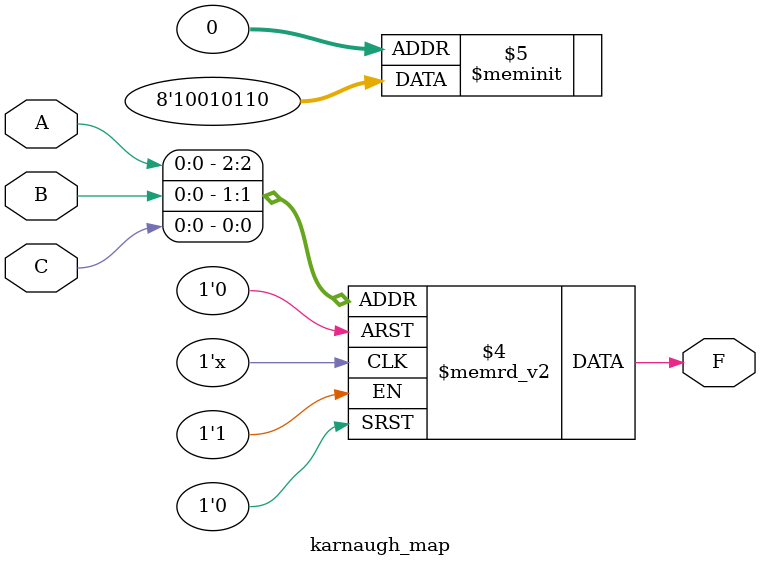
<source format=v>
module karnaugh_map(
  input wire A, B, C,
  output reg F
);

  always @(*) begin
    case ({A,B,C})
      3'b000: F = 1'b0;
      3'b001: F = 1'b1;
      3'b010: F = 1'b1;
      3'b011: F = 1'b0;
      3'b100: F = 1'b1;
      3'b101: F = 1'b0;
      3'b110: F = 1'b0;
      3'b111: F = 1'b1;
      default: F = 1'b0;
    endcase
  end

endmodule
</source>
